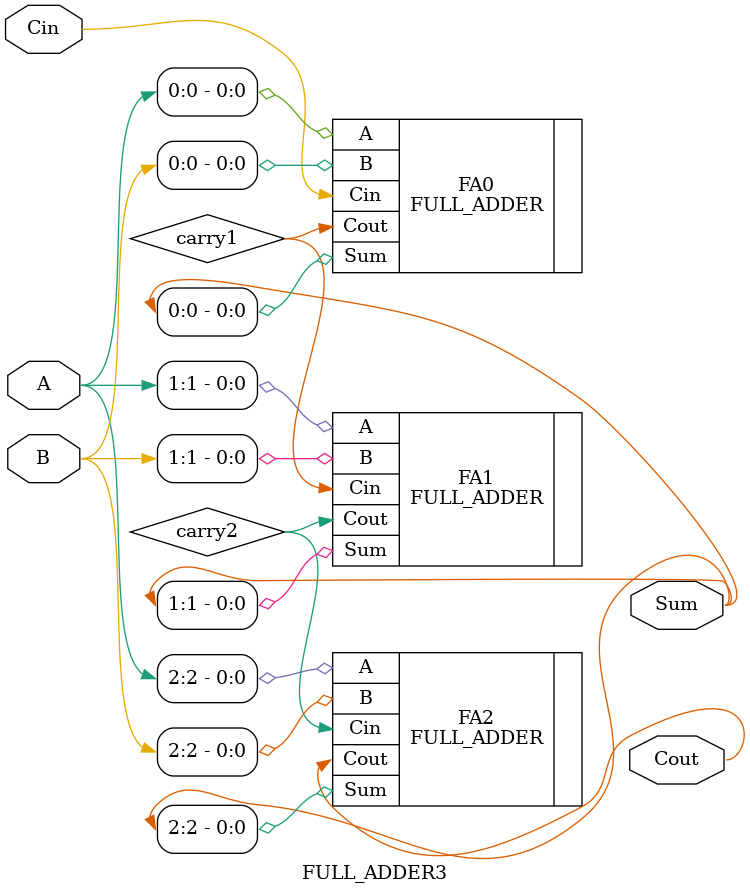
<source format=v>
module FULL_ADDER3(
    input [2:0] A,
    input [2:0] B,
    input Cin,
    output [2:0] Sum,
    output Cout
);
    wire carry1, carry2;

    // First Full Adder (bit 0)
    FULL_ADDER FA0 (
        .A(A[0]),
        .B(B[0]),
        .Cin(Cin),
        .Sum(Sum[0]),
        .Cout(carry1)
    );

    // Second Full Adder (bit 1)
    FULL_ADDER FA1 (
        .A(A[1]),
        .B(B[1]),
        .Cin(carry1),
        .Sum(Sum[1]),
        .Cout(carry2)
    );

    // Third Full Adder (bit 2)
    FULL_ADDER FA2 (
        .A(A[2]),
        .B(B[2]),
        .Cin(carry2),
        .Sum(Sum[2]),
        .Cout(Cout)
    );
endmodule

</source>
